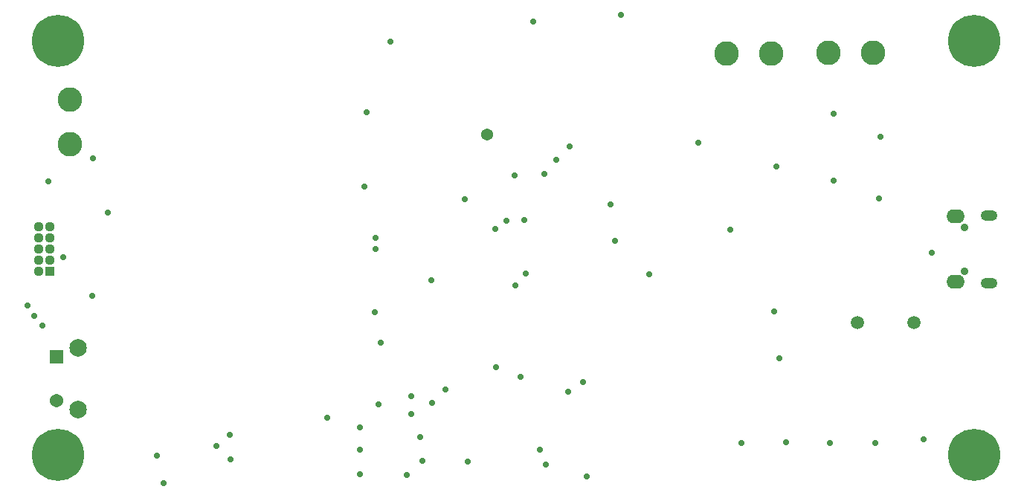
<source format=gbs>
G04*
G04 #@! TF.GenerationSoftware,Altium Limited,Altium Designer,22.9.1 (49)*
G04*
G04 Layer_Color=16711935*
%FSLAX44Y44*%
%MOMM*%
G71*
G04*
G04 #@! TF.SameCoordinates,A2259558-2793-4ACD-BA26-FD92625B8348*
G04*
G04*
G04 #@! TF.FilePolarity,Negative*
G04*
G01*
G75*
%ADD94C,5.9420*%
%ADD95C,1.5080*%
%ADD96C,2.7940*%
%ADD97C,1.1160*%
%ADD98R,1.1160X1.1160*%
%ADD99O,2.1000X1.5500*%
%ADD100O,1.9000X1.2500*%
%ADD101C,0.9000*%
%ADD102C,1.9954*%
%ADD103C,1.5406*%
%ADD104R,1.5406X1.5406*%
%ADD105C,0.7096*%
%ADD106C,1.3700*%
D94*
X50000Y50000D02*
D03*
X1093000D02*
D03*
Y521500D02*
D03*
X50000D02*
D03*
D95*
X1025120Y200660D02*
D03*
X960120D02*
D03*
D96*
X63500Y403860D02*
D03*
Y454660D02*
D03*
X811530Y507746D02*
D03*
X862330D02*
D03*
X927100Y508000D02*
D03*
X977900D02*
D03*
D97*
X40640Y297688D02*
D03*
X27940D02*
D03*
X40640Y310388D02*
D03*
X27940D02*
D03*
Y284988D02*
D03*
X40640D02*
D03*
X27940Y272288D02*
D03*
X40640D02*
D03*
X27940Y259588D02*
D03*
D98*
X40640D02*
D03*
D99*
X1072090Y247230D02*
D03*
Y321730D02*
D03*
D100*
X1110090Y245730D02*
D03*
Y323230D02*
D03*
D101*
X1082590Y259480D02*
D03*
Y309480D02*
D03*
D102*
X73533Y102108D02*
D03*
Y172212D02*
D03*
D103*
X48641Y112141D02*
D03*
D104*
Y162179D02*
D03*
D105*
X415191Y107950D02*
D03*
X576940Y139429D02*
D03*
X452120Y116840D02*
D03*
Y96520D02*
D03*
X22860Y208280D02*
D03*
X412000Y297588D02*
D03*
X15535Y220422D02*
D03*
X32335Y198032D02*
D03*
X107263Y326487D02*
D03*
X56013Y275236D02*
D03*
X513000Y341304D02*
D03*
X1045250Y280833D02*
D03*
X475000Y249000D02*
D03*
X411000Y212750D02*
D03*
X491490Y124460D02*
D03*
X476378Y109220D02*
D03*
X690880Y551180D02*
D03*
X88900Y231140D02*
D03*
X631250Y122500D02*
D03*
X462750Y70500D02*
D03*
X591250Y544250D02*
D03*
X90250Y387750D02*
D03*
X399000Y356000D02*
D03*
X411500Y285000D02*
D03*
X418000Y177750D02*
D03*
X548640Y149860D02*
D03*
X723250Y256000D02*
D03*
X617750Y386750D02*
D03*
X633000Y402000D02*
D03*
X779000Y405750D02*
D03*
X868500Y378500D02*
D03*
X933500Y439250D02*
D03*
X986250Y412750D02*
D03*
X985000Y342250D02*
D03*
X871250Y160750D02*
D03*
X980750Y63750D02*
D03*
X929500Y64250D02*
D03*
X878750Y64500D02*
D03*
X828250Y63500D02*
D03*
X605750Y39250D02*
D03*
X648250Y133250D02*
D03*
X517000Y43000D02*
D03*
X447250Y27500D02*
D03*
X163250Y49250D02*
D03*
X170750Y18250D02*
D03*
X401250Y441000D02*
D03*
X428750Y520750D02*
D03*
X866000Y214000D02*
D03*
X679000Y336000D02*
D03*
X652000Y26000D02*
D03*
X570000Y369000D02*
D03*
X684000Y294000D02*
D03*
X548000Y308000D02*
D03*
X561009Y316897D02*
D03*
X581000Y318000D02*
D03*
X583000Y257000D02*
D03*
X598524Y55880D02*
D03*
X571000Y243000D02*
D03*
X604000Y370000D02*
D03*
X246493Y45607D02*
D03*
X245872Y73048D02*
D03*
X230632Y60348D02*
D03*
X933201Y362399D02*
D03*
X815750Y307000D02*
D03*
X1035500Y68000D02*
D03*
X39250Y361500D02*
D03*
X393700Y81280D02*
D03*
Y27940D02*
D03*
X464820Y43180D02*
D03*
X393700Y55880D02*
D03*
X356870Y92710D02*
D03*
D106*
X538480Y415290D02*
D03*
M02*

</source>
